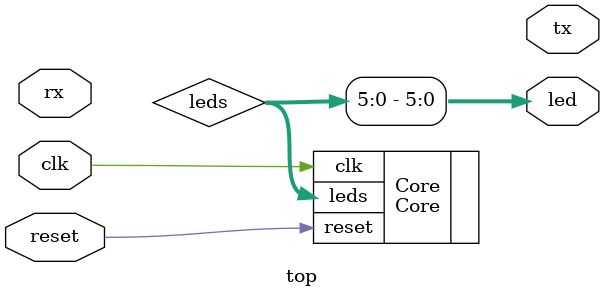
<source format=v>
module top (
    input wire clk,
    input wire reset,
    input wire rx,
    output wire tx,
    output wire [5:0]led
);

wire [7:0]leds;
assign led = leds[5:0];

Core #(
    .MEMORY_FILE("../software/memory/fpga_test.hex")
) Core(
    .clk(clk),
    .reset(reset),
    .leds(leds)
);

always @(posedge clk ) begin

end

endmodule

</source>
